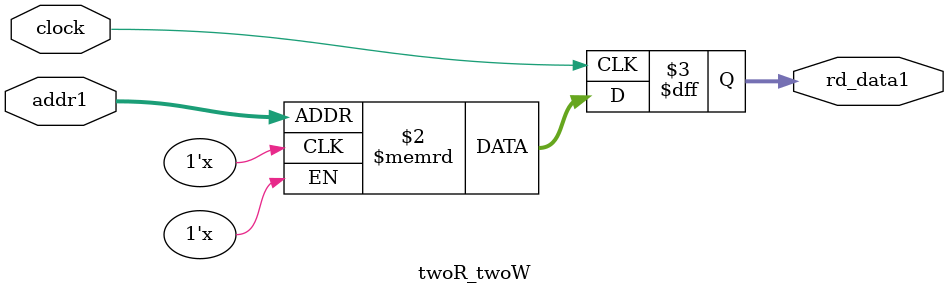
<source format=v>
`define DEPTH 16 	// Depth of memory
`define ADDR_WIDTH 4
`define DATA_WIDTH 8		// Width of memory

module twoR_twoW(
		clock,
		addr1,
        rd_data1
		);

	// INPUTS
	input				   	clock;		// Clock input
	input [`ADDR_WIDTH-1:0]	addr1;	    // address 1

	// OUTPUTS
	output reg [`DATA_WIDTH-1:0] rd_data1; 	// Read data 1



	// The memory block.
	reg [`DATA_WIDTH-1:0] block_mem [`DEPTH-1:0];

	always @(posedge clock) begin
		rd_data1 <= block_mem[addr1];
	end

endmodule

</source>
